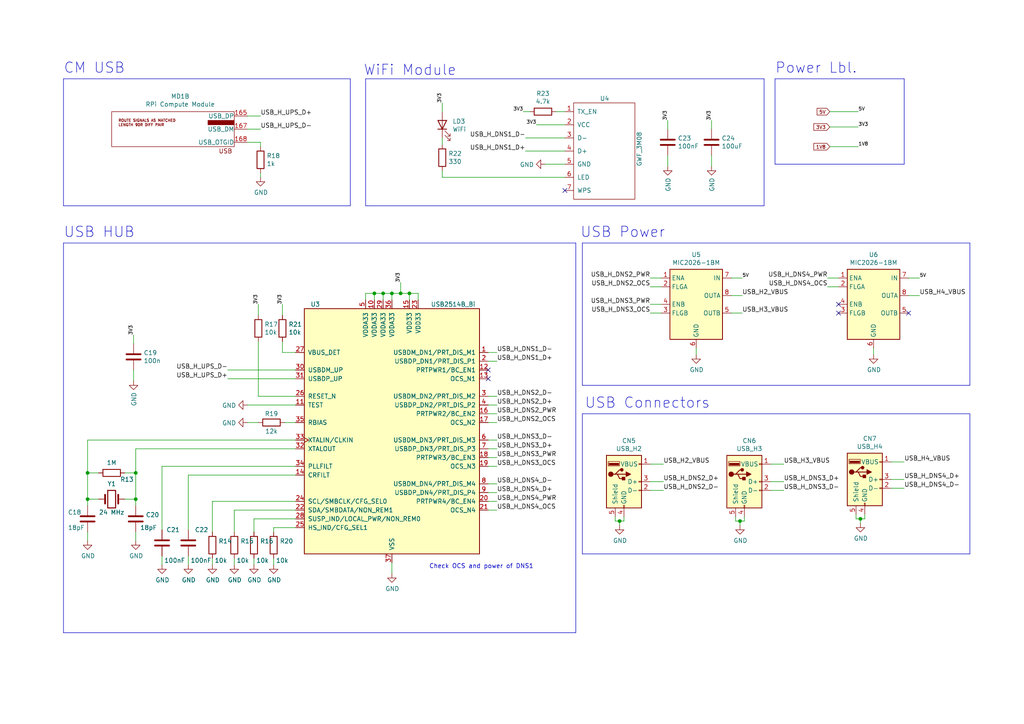
<source format=kicad_sch>
(kicad_sch (version 20230121) (generator eeschema)
  (paper "A4")
  (title_block (title "Jupiter Model A") (date "2020-05-23") (rev "0.1") (company "Francesco Ficili"))
  (lib_symbols
    (symbol "Device:C" (pin_numbers hide) (pin_names (offset 0.254))
      (property "Reference" "C" (at 0.635 2.54 0))
      (property "Value" "C" (at 0.635 -2.54 0))
      (symbol "C_1_1"
        (pin passive line (at 0 3.81 270) (length 2.794) (name "~") (number "1"))
        (pin passive line (at 0 -3.81 90) (length 2.794) (name "~") (number "2"))
      )
    )
    (symbol "Device:Crystal" (pin_numbers hide) (pin_names (offset 1.016) hide)
      (property "Reference" "Y" (at 0 3.81 0))
      (property "Value" "Crystal" (at 0 -3.81 0))
      (symbol "Crystal_1_1"
        (pin passive line (at -3.81 0 0) (length 1.27) (name "1") (number "1"))
        (pin passive line (at 3.81 0 180) (length 1.27) (name "2") (number "2"))
      )
    )
    (symbol "Device:LED" (pin_numbers hide) (pin_names (offset 1.016) hide)
      (property "Reference" "D" (at 0 2.54 0))
      (property "Value" "LED" (at 0 -2.54 0))
      (symbol "LED_1_1"
        (pin passive line (at -3.81 0 0) (length 2.54) (name "K") (number "1"))
        (pin passive line (at 3.81 0 180) (length 2.54) (name "A") (number "2"))
      )
    )
    (symbol "Device:R" (pin_numbers hide) (pin_names (offset 0))
      (property "Reference" "R" (at 2.032 0 90))
      (property "Value" "R" (at 0 0 90))
      (symbol "R_1_1"
        (pin passive line (at 0 3.81 270) (length 1.27) (name "~") (number "1"))
        (pin passive line (at 0 -3.81 90) (length 1.27) (name "~") (number "2"))
      )
    )
    (symbol "Interface_USB:USB2514B_Bi" (pin_names (offset 1.016))
      (property "Reference" "U" (at -17.78 40.64 0))
      (property "Value" "USB2514B_Bi" (at -20.32 38.1 0))
      (symbol "USB2514B_Bi_1_1"
        (pin bidirectional line (at 27.94 22.86 180) (length 2.54) (name "USBDM_DN1/PRT_DIS_M1") (number "1"))
        (pin power_in line (at -5.08 38.1 270) (length 2.54) (name "VDDA33") (number "10"))
        (pin input line (at -27.94 7.62 0) (length 2.54) (name "TEST") (number "11"))
        (pin bidirectional line (at 27.94 17.78 180) (length 2.54) (name "PRTPWR1/BC_EN1") (number "12"))
        (pin input line (at 27.94 15.24 180) (length 2.54) (name "OCS_N1") (number "13"))
        (pin input line (at -27.94 -12.7 0) (length 2.54) (name "CRFILT") (number "14"))
        (pin power_in line (at 5.08 38.1 270) (length 2.54) (name "VDD33") (number "15"))
        (pin bidirectional line (at 27.94 5.08 180) (length 2.54) (name "PRTPWR2/BC_EN2") (number "16"))
        (pin input line (at 27.94 2.54 180) (length 2.54) (name "OCS_N2") (number "17"))
        (pin bidirectional line (at 27.94 -7.62 180) (length 2.54) (name "PRTPWR3/BC_EN3") (number "18"))
        (pin input line (at 27.94 -10.16 180) (length 2.54) (name "OCS_N3") (number "19"))
        (pin bidirectional line (at 27.94 20.32 180) (length 2.54) (name "USBDP_DN1/PRT_DIS_P1") (number "2"))
        (pin bidirectional line (at 27.94 -20.32 180) (length 2.54) (name "PRTPWR4/BC_EN4") (number "20"))
        (pin input line (at 27.94 -22.86 180) (length 2.54) (name "OCS_N4") (number "21"))
        (pin bidirectional line (at -27.94 -22.86 0) (length 2.54) (name "SDA/SMBDATA/NON_REM1") (number "22"))
        (pin power_in line (at 7.62 38.1 270) (length 2.54) (name "VDD33") (number "23"))
        (pin bidirectional line (at -27.94 -20.32 0) (length 2.54) (name "SCL/SMBCLK/CFG_SEL0") (number "24"))
        (pin bidirectional line (at -27.94 -27.94 0) (length 2.54) (name "HS_IND/CFG_SEL1") (number "25"))
        (pin input line (at -27.94 10.16 0) (length 2.54) (name "RESET_N") (number "26"))
        (pin input line (at -27.94 22.86 0) (length 2.54) (name "VBUS_DET") (number "27"))
        (pin bidirectional line (at -27.94 -25.4 0) (length 2.54) (name "SUSP_IND/LOCAL_PWR/NON_REM0") (number "28"))
        (pin power_in line (at -2.54 38.1 270) (length 2.54) (name "VDDA33") (number "29"))
        (pin bidirectional line (at 27.94 10.16 180) (length 2.54) (name "USBDM_DN2/PRT_DIS_M2") (number "3"))
        (pin bidirectional line (at -27.94 17.78 0) (length 2.54) (name "USBDM_UP") (number "30"))
        (pin bidirectional line (at -27.94 15.24 0) (length 2.54) (name "USBDP_UP") (number "31"))
        (pin output line (at -27.94 -5.08 0) (length 2.54) (name "XTALOUT") (number "32"))
        (pin input clock (at -27.94 -2.54 0) (length 2.54) (name "XTALIN/CLKIN") (number "33"))
        (pin input line (at -27.94 -10.16 0) (length 2.54) (name "PLLFILT") (number "34"))
        (pin input line (at -27.94 2.54 0) (length 2.54) (name "RBIAS") (number "35"))
        (pin power_in line (at 0 38.1 270) (length 2.54) (name "VDDA33") (number "36"))
        (pin power_in line (at 0 -38.1 90) (length 2.54) (name "VSS") (number "37"))
        (pin bidirectional line (at 27.94 7.62 180) (length 2.54) (name "USBDP_DN2/PRT_DIS_P2") (number "4"))
        (pin power_in line (at -7.62 38.1 270) (length 2.54) (name "VDDA33") (number "5"))
        (pin bidirectional line (at 27.94 -2.54 180) (length 2.54) (name "USBDM_DN3/PRT_DIS_M3") (number "6"))
        (pin bidirectional line (at 27.94 -5.08 180) (length 2.54) (name "USBDP_DN3/PRT_DIS_P3") (number "7"))
        (pin bidirectional line (at 27.94 -15.24 180) (length 2.54) (name "USBDM_DN4/PRT_DIS_M4") (number "8"))
        (pin bidirectional line (at 27.94 -17.78 180) (length 2.54) (name "USBDP_DN4/PRT_DIS_P4") (number "9"))
      )
    )
    (symbol "Jupiter-rescue:Board_RPi_CM3lite_200pConnector_multipart-RPi_CM" (pin_names (offset 0.0254))
      (property "Reference" "MD" (at -15.24 -86.36 0))
      (property "Value" "RPi_CM_Board_RPi_CM3lite_200pConnector_multipart" (at 0 87.63 0))
      (symbol "Board_RPi_CM3lite_200pConnector_multipart-RPi_CM_1_0"
        (text "PWR" (at 15.24 -86.36 0) (effects (font (size 1.27 1.27))))
      )
      (symbol "Board_RPi_CM3lite_200pConnector_multipart-RPi_CM_1_1"
        (pin input line (at -21.59 -26.67 0) (length 3.81) (name "GND") (number "1"))
        (pin input line (at 21.59 19.05 180) (length 3.81) (name "GND") (number "103"))
        (pin input line (at 21.59 15.24 180) (length 3.81) (name "GND") (number "104"))
        (pin input line (at 21.59 11.43 180) (length 3.81) (name "GND") (number "109"))
        (pin input line (at 21.59 7.62 180) (length 3.81) (name "GND") (number "110"))
        (pin input line (at 21.59 3.81 180) (length 3.81) (name "GND") (number "115"))
        (pin input line (at 21.59 0 180) (length 3.81) (name "GND") (number "116"))
        (pin input line (at 21.59 -3.81 180) (length 3.81) (name "GND") (number "121"))
        (pin input line (at 21.59 -7.62 180) (length 3.81) (name "GND") (number "122"))
        (pin input line (at 21.59 -11.43 180) (length 3.81) (name "GND") (number "127"))
        (pin input line (at -21.59 -38.1 0) (length 3.81) (name "GND") (number "13"))
        (pin input line (at 21.59 -19.05 180) (length 3.81) (name "GND") (number "133"))
        (pin input line (at 21.59 -15.24 180) (length 3.81) (name "GND") (number "134"))
        (pin input line (at 21.59 -26.67 180) (length 3.81) (name "GND") (number "139"))
        (pin input line (at -21.59 -41.91 0) (length 3.81) (name "GND") (number "14"))
        (pin input line (at 21.59 -22.86 180) (length 3.81) (name "GND") (number "140"))
        (pin input line (at 21.59 -34.29 180) (length 3.81) (name "GND") (number "145"))
        (pin input line (at 21.59 -30.48 180) (length 3.81) (name "GND") (number "146"))
        (pin input line (at 21.59 -41.91 180) (length 3.81) (name "GND") (number "151"))
        (pin input line (at 21.59 -38.1 180) (length 3.81) (name "GND") (number "152"))
        (pin input line (at 21.59 -49.53 180) (length 3.81) (name "GND") (number "157"))
        (pin input line (at 21.59 -57.15 180) (length 3.81) (name "GND") (number "163"))
        (pin input line (at 21.59 -45.72 180) (length 3.81) (name "GND") (number "164"))
        (pin input line (at 21.59 -60.96 180) (length 3.81) (name "GND") (number "169"))
        (pin input line (at 21.59 -53.34 180) (length 3.81) (name "GND") (number "170"))
        (pin input line (at -21.59 83.82 0) (length 3.81) (name "RUN") (number "177"))
        (pin no_connect line (at -21.59 80.01 0) (length 3.81) hide (name "VDD_CORE") (number "179"))
        (pin input line (at 21.59 -64.77 180) (length 3.81) (name "GND") (number "181"))
        (pin input line (at 21.59 -68.58 180) (length 3.81) (name "GND") (number "182"))
        (pin input line (at -21.59 64.77 0) (length 3.81) (name "1V8") (number "183"))
        (pin input line (at -21.59 60.96 0) (length 3.81) (name "1V8") (number "184"))
        (pin input line (at -21.59 57.15 0) (length 3.81) (name "1V8") (number "185"))
        (pin input line (at -21.59 53.34 0) (length 3.81) (name "1V8") (number "186"))
        (pin input line (at 21.59 -72.39 180) (length 3.81) (name "GND") (number "187"))
        (pin input line (at 21.59 -76.2 180) (length 3.81) (name "GND") (number "188"))
        (pin input line (at -21.59 7.62 0) (length 3.81) (name "VDAC") (number "189"))
        (pin input line (at -21.59 -45.72 0) (length 3.81) (name "GND") (number "19"))
        (pin input line (at -21.59 3.81 0) (length 3.81) (name "VDAC") (number "190"))
        (pin input line (at -21.59 45.72 0) (length 3.81) (name "3V3") (number "191"))
        (pin input line (at -21.59 41.91 0) (length 3.81) (name "3V3") (number "192"))
        (pin input line (at -21.59 38.1 0) (length 3.81) (name "3V3") (number "193"))
        (pin input line (at -21.59 34.29 0) (length 3.81) (name "3V3") (number "194"))
        (pin input line (at 21.59 -80.01 180) (length 3.81) (name "GND") (number "195"))
        (pin input line (at 21.59 -83.82 180) (length 3.81) (name "GND") (number "196"))
        (pin input line (at -21.59 26.67 0) (length 3.81) (name "VBAT") (number "197"))
        (pin input line (at -21.59 22.86 0) (length 3.81) (name "VBAT") (number "198"))
        (pin input line (at -21.59 19.05 0) (length 3.81) (name "VBAT") (number "199"))
        (pin input line (at -21.59 76.2 0) (length 3.81) (name "EMMC_DISABLE_N") (number "2"))
        (pin input line (at -21.59 -49.53 0) (length 3.81) (name "GND") (number "20"))
        (pin input line (at -21.59 15.24 0) (length 3.81) (name "VBAT") (number "200"))
        (pin input line (at -21.59 -53.34 0) (length 3.81) (name "GND") (number "25"))
        (pin input line (at -21.59 -57.15 0) (length 3.81) (name "GND") (number "26"))
        (pin input line (at -21.59 -60.96 0) (length 3.81) (name "GND") (number "31"))
        (pin input line (at -21.59 -64.77 0) (length 3.81) (name "GND") (number "32"))
        (pin input line (at -21.59 -68.58 0) (length 3.81) (name "GND") (number "37"))
        (pin input line (at -21.59 -72.39 0) (length 3.81) (name "GND") (number "38"))
        (pin input line (at -21.59 -3.81 0) (length 3.81) (name "GPIO0-27_VDD") (number "39"))
        (pin input line (at -21.59 -7.62 0) (length 3.81) (name "GPIO0-27_VDD") (number "40"))
        (pin input line (at -21.59 -11.43 0) (length 3.81) (name "GPIO28-45_VDD") (number "41"))
        (pin input line (at -21.59 -15.24 0) (length 3.81) (name "GPIO28-45_VDD") (number "42"))
        (pin input line (at -21.59 -76.2 0) (length 3.81) (name "GND") (number "43"))
        (pin input line (at -21.59 -80.01 0) (length 3.81) (name "GND") (number "44"))
        (pin input line (at -21.59 -83.82 0) (length 3.81) (name "GND") (number "49"))
        (pin input line (at 21.59 83.82 180) (length 3.81) (name "GND") (number "50"))
        (pin input line (at 21.59 80.01 180) (length 3.81) (name "GND") (number "55"))
        (pin input line (at 21.59 76.2 180) (length 3.81) (name "GND") (number "56"))
        (pin input line (at 21.59 72.39 180) (length 3.81) (name "GND") (number "61"))
        (pin input line (at 21.59 68.58 180) (length 3.81) (name "GND") (number "62"))
        (pin input line (at 21.59 64.77 180) (length 3.81) (name "GND") (number "67"))
        (pin input line (at 21.59 60.96 180) (length 3.81) (name "GND") (number "68"))
        (pin input line (at -21.59 -30.48 0) (length 3.81) (name "GND") (number "7"))
        (pin input line (at 21.59 57.15 180) (length 3.81) (name "GND") (number "73"))
        (pin input line (at 21.59 53.34 180) (length 3.81) (name "GND") (number "74"))
        (pin input line (at 21.59 49.53 180) (length 3.81) (name "GND") (number "79"))
        (pin input line (at -21.59 -34.29 0) (length 3.81) (name "GND") (number "8"))
        (pin input line (at 21.59 45.72 180) (length 3.81) (name "GND") (number "80"))
        (pin input line (at 21.59 41.91 180) (length 3.81) (name "GND") (number "85"))
        (pin input line (at 21.59 38.1 180) (length 3.81) (name "GND") (number "86"))
        (pin input line (at -21.59 72.39 0) (length 3.81) (name "EMMC_EN_N_1V8") (number "90"))
        (pin input line (at 21.59 34.29 180) (length 3.81) (name "GND") (number "91"))
        (pin input line (at 21.59 30.48 180) (length 3.81) (name "GND") (number "92"))
        (pin input line (at 21.59 26.67 180) (length 3.81) (name "GND") (number "97"))
        (pin input line (at 21.59 22.86 180) (length 3.81) (name "GND") (number "98"))
      )
      (symbol "Board_RPi_CM3lite_200pConnector_multipart-RPi_CM_2_0"
        (text "LENGTH 90R DIFF PAIR" (at -15.875 1.27 0) (effects (font (size 0.762 0.762)) (justify left)))
        (text "ROUTE SIGNALS AS MATCHED" (at -15.875 2.54 0) (effects (font (size 0.762 0.762)) (justify left)))
        (text "USB" (at 15.24 -6.35 0) (effects (font (size 1.27 1.27))))
      )
      (symbol "Board_RPi_CM3lite_200pConnector_multipart-RPi_CM_2_1"
        (pin input line (at 21.59 3.81 180) (length 3.81) (name "USB_DP") (number "165"))
        (pin input line (at 21.59 0 180) (length 3.81) (name "USB_DM") (number "167"))
        (pin input line (at 21.59 -3.81 180) (length 3.81) (name "USB_OTGID") (number "168"))
      )
      (symbol "Board_RPi_CM3lite_200pConnector_multipart-RPi_CM_3_0"
        (text "CAM" (at 15.24 -33.02 0) (effects (font (size 1.27 1.27))))
        (text "LENGTH 100R DIFF PAIR" (at -15.875 27.94 0) (effects (font (size 0.762 0.762)) (justify left)))
        (text "ROUTE SIGNALS AS MATCHED" (at -15.875 29.21 0) (effects (font (size 0.762 0.762)) (justify left)))
      )
      (symbol "Board_RPi_CM3lite_200pConnector_multipart-RPi_CM_3_1"
        (pin input line (at 21.59 -26.67 180) (length 3.81) (name "CAM1_DP3") (number "135"))
        (pin input line (at 21.59 22.86 180) (length 3.81) (name "CAM0_DP0") (number "136"))
        (pin input line (at 21.59 -30.48 180) (length 3.81) (name "CAM1_DN3") (number "137"))
        (pin input line (at 21.59 19.05 180) (length 3.81) (name "CAM0_DN0") (number "138"))
        (pin input line (at 21.59 -19.05 180) (length 3.81) (name "CAM1_DP2") (number "141"))
        (pin input line (at 21.59 30.48 180) (length 3.81) (name "CAM0_CP") (number "142"))
        (pin input line (at 21.59 -22.86 180) (length 3.81) (name "CAM1_DN2") (number "143"))
        (pin input line (at 21.59 26.67 180) (length 3.81) (name "CAM0_CN") (number "144"))
        (pin input line (at 21.59 3.81 180) (length 3.81) (name "CAM1_CP") (number "147"))
        (pin input line (at 21.59 15.24 180) (length 3.81) (name "CAM0_DP1") (number "148"))
        (pin input line (at 21.59 0 180) (length 3.81) (name "CAM1_CN") (number "149"))
        (pin input line (at 21.59 11.43 180) (length 3.81) (name "CAM0_DN1") (number "150"))
        (pin input line (at 21.59 -11.43 180) (length 3.81) (name "CAM1_DP1") (number "153"))
        (pin input line (at 21.59 -15.24 180) (length 3.81) (name "CAM1_DN1") (number "155"))
        (pin input line (at 21.59 -3.81 180) (length 3.81) (name "CAM1_DP0") (number "159"))
        (pin input line (at 21.59 -7.62 180) (length 3.81) (name "CAM1_DN0") (number "161"))
      )
      (symbol "Board_RPi_CM3lite_200pConnector_multipart-RPi_CM_4_0"
        (text "HDMI" (at 15.24 -25.4 0) (effects (font (size 1.27 1.27))))
        (text "LENGTH 100R DIFF PAIR" (at -15.875 17.78 0) (effects (font (size 0.762 0.762)) (justify left)))
        (text "ROUTE SIGNALS AS MATCHED" (at -15.875 19.05 0) (effects (font (size 0.762 0.762)) (justify left)))
      )
      (symbol "Board_RPi_CM3lite_200pConnector_multipart-RPi_CM_4_1"
        (pin input line (at 21.59 19.05 180) (length 3.81) (name "HDMI_CLK_N") (number "111"))
        (pin input line (at 21.59 15.24 180) (length 3.81) (name "HDMI_CLK_P") (number "113"))
        (pin input line (at 21.59 11.43 180) (length 3.81) (name "HDMI_D0_N") (number "117"))
        (pin input line (at 21.59 7.62 180) (length 3.81) (name "HDMI_D0_P") (number "119"))
        (pin input line (at 21.59 3.81 180) (length 3.81) (name "HDMI_D1_N") (number "123"))
        (pin input line (at 21.59 0 180) (length 3.81) (name "HDMI_D1_P") (number "125"))
        (pin input line (at 21.59 -3.81 180) (length 3.81) (name "HDMI_D2_N") (number "129"))
        (pin input line (at 21.59 -7.62 180) (length 3.81) (name "HDMI_D2_P") (number "131"))
        (pin input line (at 21.59 -15.24 180) (length 3.81) (name "HDMI_CEC") (number "171"))
        (pin input line (at 21.59 -19.05 180) (length 3.81) (name "HDMI_SDA") (number "173"))
        (pin input line (at 21.59 -22.86 180) (length 3.81) (name "HDMI_SCL") (number "175"))
        (pin input line (at 21.59 26.67 180) (length 3.81) (name "HDMI_HPD_N_1V8") (number "88"))
      )
      (symbol "Board_RPi_CM3lite_200pConnector_multipart-RPi_CM_5_0"
        (text "DSI" (at 15.24 -19.05 0) (effects (font (size 1.27 1.27))))
        (text "LENGTH 100R DIFF PAIR" (at -15.875 -15.24 0) (effects (font (size 0.762 0.762)) (justify left)))
        (text "ROUTE SIGNALS AS MATCHED" (at -15.875 -13.97 0) (effects (font (size 0.762 0.762)) (justify left)))
      )
      (symbol "Board_RPi_CM3lite_200pConnector_multipart-RPi_CM_5_1"
        (pin input line (at 21.59 19.05 180) (length 3.81) (name "DSI1_CP") (number "100"))
        (pin input line (at -21.59 0 0) (length 3.81) (name "DSI0_DP0") (number "101"))
        (pin input line (at 21.59 15.24 180) (length 3.81) (name "DSI1_CN") (number "102"))
        (pin input line (at -21.59 19.05 0) (length 3.81) (name "DSI0_CN") (number "105"))
        (pin input line (at 21.59 -11.43 180) (length 3.81) (name "DSI1_DP3") (number "106"))
        (pin input line (at -21.59 15.24 0) (length 3.81) (name "DSI0_CP") (number "107"))
        (pin input line (at 21.59 -15.24 180) (length 3.81) (name "DSI1_DN3") (number "108"))
        (pin input line (at 21.59 -3.81 180) (length 3.81) (name "DSI1_DP2") (number "112"))
        (pin input line (at 21.59 -7.62 180) (length 3.81) (name "DSI1_DN2") (number "114"))
        (pin input line (at 21.59 3.81 180) (length 3.81) (name "DSI1_DP1") (number "118"))
        (pin input line (at 21.59 0 180) (length 3.81) (name "DSI1_DN1") (number "120"))
        (pin input line (at -21.59 11.43 0) (length 3.81) (name "DSI0_DN1") (number "93"))
        (pin input line (at 21.59 11.43 180) (length 3.81) (name "DSI1_DP0") (number "94"))
        (pin input line (at -21.59 7.62 0) (length 3.81) (name "DSI0_DP1") (number "95"))
        (pin input line (at 21.59 7.62 180) (length 3.81) (name "DSI1_DN0") (number "96"))
        (pin input line (at -21.59 3.81 0) (length 3.81) (name "DSI0_DN0") (number "99"))
      )
      (symbol "Board_RPi_CM3lite_200pConnector_multipart-RPi_CM_6_0"
        (text "DOWNS TO AVOID FLOATING" (at 1.905 -40.005 0) (effects (font (size 0.762 0.762))))
        (text "DOWNS TO AVOID FLOATING" (at 1.905 20.955 0) (effects (font (size 0.762 0.762))))
        (text "GPIO" (at 15.24 -44.45 0) (effects (font (size 1.27 1.27))))
        (text "GPIO 28, 29 NEED 100k PULL" (at 1.905 22.225 0) (effects (font (size 0.762 0.762))))
        (text "GPIO 44, 45 NEED 100k PULL" (at 1.905 -38.735 0) (effects (font (size 0.762 0.762))))
      )
      (symbol "Board_RPi_CM3lite_200pConnector_multipart-RPi_CM_6_1"
        (pin input line (at -21.59 30.48 0) (length 3.81) (name "GPIO3") (number "11"))
        (pin input line (at -21.59 26.67 0) (length 3.81) (name "GPIO4") (number "15"))
        (pin input line (at -21.59 22.86 0) (length 3.81) (name "GPIO5") (number "17"))
        (pin input line (at -21.59 19.05 0) (length 3.81) (name "GPIO6") (number "21"))
        (pin input line (at -21.59 15.24 0) (length 3.81) (name "GPIO7") (number "23"))
        (pin input line (at -21.59 11.43 0) (length 3.81) (name "GPIO8") (number "27"))
        (pin input line (at 21.59 22.86 180) (length 3.81) (name "GPIO28") (number "28"))
        (pin input line (at -21.59 7.62 0) (length 3.81) (name "GPIO9") (number "29"))
        (pin input line (at -21.59 41.91 0) (length 3.81) (name "GPIO0") (number "3"))
        (pin input line (at 21.59 19.05 180) (length 3.81) (name "GPIO29") (number "30"))
        (pin input line (at -21.59 3.81 0) (length 3.81) (name "GPIO10") (number "33"))
        (pin input line (at 21.59 15.24 180) (length 3.81) (name "GPIO30") (number "34"))
        (pin input line (at -21.59 0 0) (length 3.81) (name "GPIO11") (number "35"))
        (pin input line (at 21.59 11.43 180) (length 3.81) (name "GPIO31") (number "36"))
        (pin input line (at -21.59 -3.81 0) (length 3.81) (name "GPIO12") (number "45"))
        (pin input line (at 21.59 7.62 180) (length 3.81) (name "GPIO32") (number "46"))
        (pin input line (at -21.59 -7.62 0) (length 3.81) (name "GPIO13") (number "47"))
        (pin input line (at 21.59 3.81 180) (length 3.81) (name "GPIO33") (number "48"))
        (pin input line (at -21.59 38.1 0) (length 3.81) (name "GPIO1") (number "5"))
        (pin input line (at -21.59 -11.43 0) (length 3.81) (name "GPIO14") (number "51"))
        (pin input line (at 21.59 0 180) (length 3.81) (name "GPIO34") (number "52"))
        (pin input line (at -21.59 -15.24 0) (length 3.81) (name "GPIO15") (number "53"))
        (pin input line (at 21.59 -3.81 180) (length 3.81) (name "GPIO35") (number "54"))
        (pin input line (at -21.59 -19.05 0) (length 3.81) (name "GPIO16") (number "57"))
        (pin input line (at 21.59 -7.62 180) (length 3.81) (name "GPIO36") (number "58"))
        (pin input line (at -21.59 -22.86 0) (length 3.81) (name "GPIO17") (number "59"))
        (pin input line (at 21.59 -11.43 180) (length 3.81) (name "GPIO37") (number "60"))
        (pin input line (at -21.59 -26.67 0) (length 3.81) (name "GPIO18") (number "63"))
        (pin input line (at 21.59 -15.24 180) (length 3.81) (name "GPIO38") (number "64"))
        (pin input line (at -21.59 -30.48 0) (length 3.81) (name "GPIO19") (number "65"))
        (pin input line (at 21.59 -19.05 180) (length 3.81) (name "GPIO39") (number "66"))
        (pin input line (at -21.59 -34.29 0) (length 3.81) (name "GPIO20") (number "69"))
        (pin input line (at 21.59 -22.86 180) (length 3.81) (name "GPIO40") (number "70"))
        (pin input line (at -21.59 -38.1 0) (length 3.81) (name "GPIO21") (number "71"))
        (pin input line (at 21.59 -26.67 180) (length 3.81) (name "GPIO41") (number "72"))
        (pin input line (at -21.59 -41.91 0) (length 3.81) (name "GPIO22") (number "75"))
        (pin input line (at 21.59 -30.48 180) (length 3.81) (name "GPIO42") (number "76"))
        (pin input line (at 21.59 41.91 180) (length 3.81) (name "GPIO23") (number "77"))
        (pin input line (at 21.59 -34.29 180) (length 3.81) (name "GPIO43") (number "78"))
        (pin input line (at 21.59 38.1 180) (length 3.81) (name "GPIO24") (number "81"))
        (pin input line (at 21.59 -38.1 180) (length 3.81) (name "GPIO44") (number "82"))
        (pin input line (at 21.59 34.29 180) (length 3.81) (name "GPIO25") (number "83"))
        (pin input line (at 21.59 -41.91 180) (length 3.81) (name "GPIO45") (number "84"))
        (pin input line (at 21.59 30.48 180) (length 3.81) (name "GPIO26") (number "87"))
        (pin input line (at 21.59 26.67 180) (length 3.81) (name "GPIO27") (number "89"))
        (pin input line (at -21.59 34.29 0) (length 3.81) (name "GPIO2") (number "9"))
      )
      (symbol "Board_RPi_CM3lite_200pConnector_multipart-RPi_CM_7_0"
        (text "MISC" (at 15.24 -25.4 0) (effects (font (size 1.27 1.27))))
      )
      (symbol "Board_RPi_CM3lite_200pConnector_multipart-RPi_CM_7_1"
        (pin no_connect line (at 21.59 -3.81 180) (length 3.81) (name "SDX_CLK") (number "10"))
        (pin no_connect line (at 21.59 -7.62 180) (length 3.81) (name "SDX_CMD") (number "12"))
        (pin no_connect line (at -21.59 11.43 0) (length 3.81) hide (name "NC") (number "124"))
        (pin no_connect line (at -21.59 7.62 0) (length 3.81) hide (name "NC") (number "126"))
        (pin no_connect line (at -21.59 3.81 0) (length 3.81) hide (name "NC") (number "128"))
        (pin no_connect line (at -21.59 0 0) (length 3.81) hide (name "NC") (number "130"))
        (pin no_connect line (at -21.59 -3.81 0) (length 3.81) hide (name "NC") (number "132"))
        (pin no_connect line (at -21.59 -7.62 0) (length 3.81) hide (name "NC") (number "154"))
        (pin no_connect line (at -21.59 -11.43 0) (length 3.81) hide (name "NC") (number "156"))
        (pin no_connect line (at -21.59 -15.24 0) (length 3.81) hide (name "NC") (number "158"))
        (pin no_connect line (at 21.59 -11.43 180) (length 3.81) (name "SDX_D0") (number "16"))
        (pin no_connect line (at -21.59 -19.05 0) (length 3.81) hide (name "NC") (number "160"))
        (pin no_connect line (at -21.59 -22.86 0) (length 3.81) hide (name "NC") (number "162"))
        (pin input line (at -21.59 26.67 0) (length 3.81) (name "TVDAC") (number "166"))
        (pin input line (at 21.59 26.67 180) (length 3.81) (name "VC_TRST_N") (number "172"))
        (pin input line (at 21.59 22.86 180) (length 3.81) (name "VC_TDI") (number "174"))
        (pin input line (at 21.59 19.05 180) (length 3.81) (name "VC_TMS") (number "176"))
        (pin input line (at 21.59 15.24 180) (length 3.81) (name "VC_TDO") (number "178"))
        (pin no_connect line (at 21.59 -15.24 180) (length 3.81) (name "SDX_D1") (number "18"))
        (pin input line (at 21.59 11.43 180) (length 3.81) (name "VC_TCK") (number "180"))
        (pin no_connect line (at 21.59 -19.05 180) (length 3.81) (name "SDX_D2") (number "22"))
        (pin no_connect line (at 21.59 -22.86 180) (length 3.81) (name "SDX_D3") (number "24"))
        (pin no_connect line (at 21.59 3.81 180) (length 3.81) (name "SDX_VDD") (number "4"))
        (pin no_connect line (at 21.59 0 180) (length 3.81) (name "SDX_VDD") (number "6"))
      )
    )
    (symbol "Jupiter-rescue:GWF_3M08-FF_Modules" (pin_names (offset 1.016))
      (property "Reference" "U" (at 0 15.24 0))
      (property "Value" "FF_Modules_GWF_3M08" (at 0 -15.24 0))
      (symbol "GWF_3M08-FF_Modules_1_1"
        (pin input line (at -11.43 11.43 0) (length 2.54) (name "TX_EN") (number "1"))
        (pin power_in line (at -11.43 7.62 0) (length 2.54) (name "VCC") (number "2"))
        (pin bidirectional line (at -11.43 3.81 0) (length 2.54) (name "D-") (number "3"))
        (pin bidirectional line (at -11.43 0 0) (length 2.54) (name "D+") (number "4"))
        (pin power_in line (at -11.43 -3.81 0) (length 2.54) (name "GND") (number "5"))
        (pin output line (at -11.43 -7.62 0) (length 2.54) (name "LED") (number "6"))
        (pin input line (at -11.43 -11.43 0) (length 2.54) (name "WPS") (number "7"))
      )
    )
    (symbol "Jupiter-rescue:USB_A-Connector" (pin_names (offset 1.016))
      (property "Reference" "J" (at -5.08 11.43 0))
      (property "Value" "Connector_USB_A" (at -5.08 8.89 0))
      (symbol "USB_A-Connector_1_1"
        (pin power_in line (at 7.62 5.08 180) (length 2.54) (name "VBUS") (number "1"))
        (pin passive line (at 7.62 -2.54 180) (length 2.54) (name "D-") (number "2"))
        (pin passive line (at 7.62 0 180) (length 2.54) (name "D+") (number "3"))
        (pin power_in line (at 0 -10.16 90) (length 2.54) (name "GND") (number "4"))
        (pin passive line (at -2.54 -10.16 90) (length 2.54) (name "Shield") (number "5"))
      )
    )
    (symbol "Power_Management:MIC2026-1BM"
      (property "Reference" "U" (at -7.62 11.43 0))
      (property "Value" "MIC2026-1BM" (at 12.7 11.43 0))
      (symbol "MIC2026-1BM_1_1"
        (pin input line (at -10.16 7.62 0) (length 2.54) (name "ENA") (number "1"))
        (pin output line (at -10.16 5.08 0) (length 2.54) (name "FLGA") (number "2"))
        (pin output line (at -10.16 -2.54 0) (length 2.54) (name "FLGB") (number "3"))
        (pin input line (at -10.16 0 0) (length 2.54) (name "ENB") (number "4"))
        (pin power_out line (at 10.16 -2.54 180) (length 2.54) (name "OUTB") (number "5"))
        (pin power_in line (at 0 -12.7 90) (length 2.54) (name "GND") (number "6"))
        (pin power_in line (at 10.16 7.62 180) (length 2.54) (name "IN") (number "7"))
        (pin power_out line (at 10.16 2.54 180) (length 2.54) (name "OUTA") (number "8"))
      )
    )
    (symbol "power:GND" (power) (pin_names (offset 0))
      (property "Value" "GND" (at 0 -3.81 0))
      (symbol "GND_1_1"
        (pin power_in line (at 0 0 270) (length 0) hide (name "GND") (number "1"))
      )
    )
  )
  (junction (at 25.4 144.78))
  (junction (at 118.745 85.09))
  (junction (at 214.63 151.13))
  (junction (at 108.585 85.09))
  (junction (at 116.205 85.09))
  (junction (at 179.705 151.13))
  (junction (at 113.665 85.09))
  (junction (at 25.4 137.16))
  (junction (at 249.555 150.495))
  (junction (at 39.37 144.78))
  (junction (at 39.37 137.16))
  (junction (at 111.125 85.09))
  (no_connect (at 243.205 88.265))
  (no_connect (at 141.605 107.315))
  (no_connect (at 163.83 55.245))
  (no_connect (at 243.205 90.805))
  (no_connect (at 263.525 90.805))
  (no_connect (at 141.605 109.855))
  (wire (pts (xy 248.285 149.225) (xy 248.285 150.495)))
  (wire (pts (xy 111.125 85.09) (xy 113.665 85.09)))
  (wire (pts (xy 253.365 100.965) (xy 253.365 102.87)))
  (wire (pts (xy 193.675 34.925) (xy 193.675 37.465)))
  (wire (pts (xy 74.93 91.44) (xy 74.93 88.265)))
  (polyline (pts (xy 18.415 70.485) (xy 18.415 183.515)))
  (wire (pts (xy 191.77 88.265) (xy 188.595 88.265)))
  (wire (pts (xy 191.77 83.185) (xy 188.595 83.185)))
  (wire (pts (xy 85.725 153.035) (xy 79.375 153.035)))
  (wire (pts (xy 25.4 137.16) (xy 25.4 144.78)))
  (wire (pts (xy 25.4 127.635) (xy 25.4 137.16)))
  (wire (pts (xy 61.595 161.925) (xy 61.595 163.83)))
  (wire (pts (xy 71.755 41.275) (xy 75.565 41.275)))
  (wire (pts (xy 163.83 47.625) (xy 158.115 47.625)))
  (polyline (pts (xy 168.91 120.015) (xy 281.305 120.015)))
  (wire (pts (xy 214.63 151.13) (xy 214.63 152.4)))
  (wire (pts (xy 243.205 80.645) (xy 240.03 80.645)))
  (wire (pts (xy 73.66 161.925) (xy 73.66 163.83)))
  (wire (pts (xy 250.825 150.495) (xy 250.825 149.225)))
  (polyline (pts (xy 281.305 160.655) (xy 168.91 160.655)))
  (wire (pts (xy 25.4 144.78) (xy 25.4 146.685)))
  (polyline (pts (xy 281.305 111.76) (xy 281.305 70.485)))
  (wire (pts (xy 248.285 150.495) (xy 249.555 150.495)))
  (wire (pts (xy 141.605 145.415) (xy 144.145 145.415)))
  (polyline (pts (xy 262.255 22.86) (xy 224.79 22.86)))
  (wire (pts (xy 163.83 32.385) (xy 161.29 32.385)))
  (polyline (pts (xy 167.005 183.515) (xy 167.005 70.485)))
  (wire (pts (xy 213.36 149.86) (xy 213.36 151.13)))
  (wire (pts (xy 108.585 85.09) (xy 111.125 85.09)))
  (wire (pts (xy 39.37 137.16) (xy 39.37 144.78)))
  (wire (pts (xy 227.33 134.62) (xy 223.52 134.62)))
  (wire (pts (xy 54.61 137.795) (xy 54.61 153.67)))
  (wire (pts (xy 188.595 142.24) (xy 192.405 142.24)))
  (wire (pts (xy 39.37 154.305) (xy 39.37 156.845)))
  (wire (pts (xy 73.66 150.495) (xy 73.66 154.305)))
  (wire (pts (xy 75.565 33.655) (xy 71.755 33.655)))
  (wire (pts (xy 163.83 40.005) (xy 152.4 40.005)))
  (wire (pts (xy 118.745 85.09) (xy 118.745 86.995)))
  (wire (pts (xy 39.37 130.175) (xy 39.37 137.16)))
  (wire (pts (xy 263.525 80.645) (xy 266.7 80.645)))
  (wire (pts (xy 111.125 85.09) (xy 111.125 86.995)))
  (wire (pts (xy 38.735 97.155) (xy 38.735 99.695)))
  (wire (pts (xy 85.725 130.175) (xy 39.37 130.175)))
  (wire (pts (xy 38.735 107.315) (xy 38.735 110.49)))
  (wire (pts (xy 240.665 32.385) (xy 248.92 32.385)))
  (wire (pts (xy 106.045 86.995) (xy 106.045 85.09)))
  (polyline (pts (xy 281.305 70.485) (xy 168.91 70.485)))
  (wire (pts (xy 223.52 142.24) (xy 227.33 142.24)))
  (wire (pts (xy 85.725 147.955) (xy 67.945 147.955)))
  (wire (pts (xy 81.915 91.44) (xy 81.915 88.265)))
  (wire (pts (xy 85.725 150.495) (xy 73.66 150.495)))
  (wire (pts (xy 85.725 102.235) (xy 81.915 102.235)))
  (wire (pts (xy 79.375 161.925) (xy 79.375 163.83)))
  (wire (pts (xy 141.605 104.775) (xy 144.145 104.775)))
  (wire (pts (xy 243.205 83.185) (xy 240.03 83.185)))
  (wire (pts (xy 188.595 139.7) (xy 192.405 139.7)))
  (wire (pts (xy 128.27 40.005) (xy 128.27 41.91)))
  (polyline (pts (xy 221.615 22.86) (xy 221.615 59.69)))
  (wire (pts (xy 85.725 117.475) (xy 71.755 117.475)))
  (wire (pts (xy 85.725 145.415) (xy 61.595 145.415)))
  (polyline (pts (xy 167.005 70.485) (xy 18.415 70.485)))
  (wire (pts (xy 214.63 151.13) (xy 215.9 151.13)))
  (wire (pts (xy 85.725 135.255) (xy 46.99 135.255)))
  (wire (pts (xy 36.195 137.16) (xy 39.37 137.16)))
  (wire (pts (xy 212.09 85.725) (xy 215.265 85.725)))
  (wire (pts (xy 201.93 100.965) (xy 201.93 102.87)))
  (wire (pts (xy 113.665 163.195) (xy 113.665 166.37)))
  (polyline (pts (xy 224.79 22.86) (xy 224.79 47.625)))
  (polyline (pts (xy 168.91 120.015) (xy 168.91 160.655)))
  (polyline (pts (xy 168.91 111.76) (xy 281.305 111.76)))
  (wire (pts (xy 128.27 32.385) (xy 128.27 29.845)))
  (wire (pts (xy 212.09 80.645) (xy 215.265 80.645)))
  (wire (pts (xy 191.77 80.645) (xy 188.595 80.645)))
  (wire (pts (xy 141.605 142.875) (xy 144.145 142.875)))
  (wire (pts (xy 74.93 114.935) (xy 74.93 99.06)))
  (polyline (pts (xy 101.6 59.69) (xy 18.415 59.69)))
  (wire (pts (xy 141.605 114.935) (xy 144.145 114.935)))
  (wire (pts (xy 71.755 37.465) (xy 75.565 37.465)))
  (wire (pts (xy 67.945 147.955) (xy 67.945 154.305)))
  (wire (pts (xy 118.745 85.09) (xy 121.285 85.09)))
  (wire (pts (xy 113.665 85.09) (xy 113.665 86.995)))
  (wire (pts (xy 141.605 127.635) (xy 144.145 127.635)))
  (wire (pts (xy 180.975 151.13) (xy 180.975 149.86)))
  (wire (pts (xy 141.605 120.015) (xy 144.145 120.015)))
  (wire (pts (xy 191.77 90.805) (xy 188.595 90.805)))
  (polyline (pts (xy 101.6 22.86) (xy 101.6 59.69)))
  (wire (pts (xy 206.375 34.925) (xy 206.375 37.465)))
  (wire (pts (xy 75.565 41.275) (xy 75.565 42.545)))
  (wire (pts (xy 116.205 85.09) (xy 116.205 81.915)))
  (wire (pts (xy 81.915 102.235) (xy 81.915 99.06)))
  (wire (pts (xy 85.725 137.795) (xy 54.61 137.795)))
  (wire (pts (xy 28.575 137.16) (xy 25.4 137.16)))
  (wire (pts (xy 46.99 135.255) (xy 46.99 153.67)))
  (wire (pts (xy 141.605 117.475) (xy 144.145 117.475)))
  (polyline (pts (xy 106.045 59.69) (xy 221.615 59.69)))
  (wire (pts (xy 258.445 141.605) (xy 262.255 141.605)))
  (wire (pts (xy 213.36 151.13) (xy 214.63 151.13)))
  (wire (pts (xy 128.27 51.435) (xy 163.83 51.435)))
  (wire (pts (xy 141.605 130.175) (xy 144.145 130.175)))
  (wire (pts (xy 141.605 147.955) (xy 144.145 147.955)))
  (wire (pts (xy 39.37 144.78) (xy 39.37 146.685)))
  (wire (pts (xy 141.605 102.235) (xy 144.145 102.235)))
  (wire (pts (xy 212.09 90.805) (xy 215.265 90.805)))
  (wire (pts (xy 116.205 85.09) (xy 118.745 85.09)))
  (wire (pts (xy 79.375 153.035) (xy 79.375 154.305)))
  (wire (pts (xy 141.605 140.335) (xy 144.145 140.335)))
  (wire (pts (xy 85.725 114.935) (xy 74.93 114.935)))
  (wire (pts (xy 258.445 139.065) (xy 262.255 139.065)))
  (wire (pts (xy 240.665 36.83) (xy 248.92 36.83)))
  (wire (pts (xy 67.945 161.925) (xy 67.945 163.83)))
  (polyline (pts (xy 262.255 47.625) (xy 262.255 22.86)))
  (polyline (pts (xy 18.415 183.515) (xy 167.005 183.515)))
  (wire (pts (xy 108.585 85.09) (xy 108.585 86.995)))
  (wire (pts (xy 106.045 85.09) (xy 108.585 85.09)))
  (wire (pts (xy 249.555 150.495) (xy 250.825 150.495)))
  (wire (pts (xy 163.83 36.195) (xy 155.575 36.195)))
  (wire (pts (xy 153.67 32.385) (xy 151.765 32.385)))
  (polyline (pts (xy 18.415 59.69) (xy 18.415 22.86)))
  (wire (pts (xy 263.525 85.725) (xy 266.7 85.725)))
  (wire (pts (xy 85.725 109.855) (xy 66.04 109.855)))
  (wire (pts (xy 163.83 43.815) (xy 152.4 43.815)))
  (wire (pts (xy 262.255 133.985) (xy 258.445 133.985)))
  (wire (pts (xy 85.725 107.315) (xy 66.04 107.315)))
  (wire (pts (xy 141.605 122.555) (xy 144.145 122.555)))
  (polyline (pts (xy 18.415 22.86) (xy 101.6 22.86)))
  (wire (pts (xy 85.725 127.635) (xy 25.4 127.635)))
  (polyline (pts (xy 106.045 22.86) (xy 221.615 22.86)))
  (wire (pts (xy 179.705 151.13) (xy 179.705 152.4)))
  (wire (pts (xy 206.375 45.085) (xy 206.375 48.26)))
  (wire (pts (xy 46.99 161.29) (xy 46.99 163.83)))
  (wire (pts (xy 178.435 149.86) (xy 178.435 151.13)))
  (wire (pts (xy 121.285 85.09) (xy 121.285 86.995)))
  (wire (pts (xy 74.93 122.555) (xy 71.755 122.555)))
  (wire (pts (xy 141.605 135.255) (xy 144.145 135.255)))
  (polyline (pts (xy 281.305 120.015) (xy 281.305 160.655)))
  (wire (pts (xy 61.595 145.415) (xy 61.595 154.305)))
  (wire (pts (xy 113.665 85.09) (xy 116.205 85.09)))
  (wire (pts (xy 75.565 50.165) (xy 75.565 51.435)))
  (wire (pts (xy 240.665 42.545) (xy 248.92 42.545)))
  (wire (pts (xy 178.435 151.13) (xy 179.705 151.13)))
  (wire (pts (xy 128.27 51.435) (xy 128.27 49.53)))
  (wire (pts (xy 36.195 144.78) (xy 39.37 144.78)))
  (polyline (pts (xy 168.91 70.485) (xy 168.91 111.76)))
  (wire (pts (xy 28.575 144.78) (xy 25.4 144.78)))
  (wire (pts (xy 25.4 154.305) (xy 25.4 156.845)))
  (wire (pts (xy 54.61 161.29) (xy 54.61 163.83)))
  (wire (pts (xy 141.605 132.715) (xy 144.145 132.715)))
  (wire (pts (xy 193.675 45.085) (xy 193.675 48.26)))
  (polyline (pts (xy 106.045 59.69) (xy 106.045 22.86)))
  (wire (pts (xy 215.9 151.13) (xy 215.9 149.86)))
  (wire (pts (xy 85.725 122.555) (xy 82.55 122.555)))
  (wire (pts (xy 179.705 151.13) (xy 180.975 151.13)))
  (polyline (pts (xy 224.79 47.625) (xy 262.255 47.625)))
  (wire (pts (xy 249.555 150.495) (xy 249.555 151.765)))
  (wire (pts (xy 223.52 139.7) (xy 227.33 139.7)))
  (wire (pts (xy 192.405 134.62) (xy 188.595 134.62)))
  (text "WiFi Module" (at 105.41 22.225 0) (effects (font (size 2.9972 2.9972)) (justify left bottom)))
  (text "USB Power" (at 168.275 69.215 0) (effects (font (size 2.9972 2.9972)) (justify left bottom)))
  (text "CM USB" (at 18.415 21.59 0) (effects (font (size 2.9972 2.9972)) (justify left bottom)))
  (text "Power Lbl." (at 224.79 21.59 0) (effects (font (size 2.9972 2.9972)) (justify left bottom)))
  (text "USB HUB" (at 18.415 69.215 0) (effects (font (size 2.9972 2.9972)) (justify left bottom)))
  (text "Check OCS and power of DNS1" (at 124.46 165.1 0) (effects (font (size 1.27 1.27)) (justify left bottom)))
  (text "USB Connectors" (at 169.545 118.745 0) (effects (font (size 2.9972 2.9972)) (justify left bottom)))
  (label "USB_H4_VBUS" (at 262.255 133.985 0))
  (label "USB_H_DNS2_D+" (at 192.405 139.7 0))
  (label "3V3" (at 193.675 34.925 90) (effects (font (size 0.9906 0.9906))))
  (label "USB_H_DNS2_OCS" (at 144.145 122.555 0))
  (label "USB_H_DNS1_D+" (at 144.145 104.775 0))
  (label "USB_H_DNS1_D+" (at 152.4 43.815 180))
  (label "1V8" (at 248.92 42.545 0) (effects (font (size 0.9906 0.9906))))
  (label "5V" (at 215.265 80.645 0) (effects (font (size 0.9906 0.9906))))
  (label "USB_H3_VBUS" (at 215.265 90.805 0))
  (label "USB_H_DNS3_PWR" (at 144.145 132.715 0))
  (label "USB_H_DNS3_D-" (at 144.145 127.635 0))
  (label "USB_H_DNS2_PWR" (at 188.595 80.645 180))
  (label "3V3" (at 38.735 97.155 90) (effects (font (size 0.9906 0.9906))))
  (label "USB_H_UPS_D-" (at 75.565 37.465 0))
  (label "USB_H_DNS1_D-" (at 144.145 102.235 0))
  (label "USB_H_DNS4_D-" (at 262.255 141.605 0))
  (label "USB_H_DNS1_D-" (at 152.4 40.005 180))
  (label "USB_H2_VBUS" (at 192.405 134.62 0))
  (label "USB_H_DNS2_D+" (at 144.145 117.475 0))
  (label "USB_H_DNS2_PWR" (at 144.145 120.015 0))
  (label "3V3" (at 116.205 81.915 90) (effects (font (size 0.9906 0.9906))))
  (label "USB_H_DNS4_D+" (at 144.145 142.875 0))
  (label "3V3" (at 74.93 88.265 90) (effects (font (size 0.9906 0.9906))))
  (label "3V3" (at 128.27 29.845 90) (effects (font (size 0.9906 0.9906))))
  (label "USB_H4_VBUS" (at 266.7 85.725 0))
  (label "USB_H_DNS4_PWR" (at 144.145 145.415 0))
  (label "USB_H_DNS4_D-" (at 144.145 140.335 0))
  (label "USB_H_DNS4_D+" (at 262.255 139.065 0))
  (label "5V" (at 266.7 80.645 0) (effects (font (size 0.9906 0.9906))))
  (label "USB_H_DNS3_D-" (at 227.33 142.24 0))
  (label "USB_H_DNS3_D+" (at 227.33 139.7 0))
  (label "USB_H_DNS2_OCS" (at 188.595 83.185 180))
  (label "USB_H_DNS3_OCS" (at 188.595 90.805 180))
  (label "3V3" (at 155.575 36.195 180) (effects (font (size 0.9906 0.9906))))
  (label "USB_H3_VBUS" (at 227.33 134.62 0))
  (label "USB_H_UPS_D+" (at 75.565 33.655 0))
  (label "USB_H_DNS3_D+" (at 144.145 130.175 0))
  (label "USB_H_DNS3_PWR" (at 188.595 88.265 180))
  (label "USB_H_UPS_D-" (at 66.04 107.315 180))
  (label "USB_H_DNS3_OCS" (at 144.145 135.255 0))
  (label "USB_H_DNS2_D-" (at 144.145 114.935 0))
  (label "5V" (at 248.92 32.385 0) (effects (font (size 0.9906 0.9906))))
  (label "USB_H_UPS_D+" (at 66.04 109.855 180))
  (label "3V3" (at 248.92 36.83 0) (effects (font (size 0.9906 0.9906))))
  (label "USB_H_DNS4_PWR" (at 240.03 80.645 180))
  (label "USB_H_DNS4_OCS" (at 144.145 147.955 0))
  (label "3V3" (at 81.915 88.265 90) (effects (font (size 0.9906 0.9906))))
  (label "3V3" (at 206.375 34.925 90) (effects (font (size 0.9906 0.9906))))
  (label "3V3" (at 151.765 32.385 180) (effects (font (size 0.9906 0.9906))))
  (label "USB_H_DNS4_OCS" (at 240.03 83.185 180))
  (label "USB_H_DNS2_D-" (at 192.405 142.24 0))
  (label "USB_H2_VBUS" (at 215.265 85.725 0))
  (global_label "5V" (shape input) (at 240.665 32.385 180) (effects (font (size 0.9906 0.9906))) (property "Intersheetrefs" "${INTERSHEET_REFS}" (effects hide)))
  (global_label "1V8" (shape input) (at 240.665 42.545 180) (effects (font (size 0.9906 0.9906))) (property "Intersheetrefs" "${INTERSHEET_REFS}" (effects hide)))
  (global_label "3V3" (shape input) (at 240.665 36.83 180) (effects (font (size 0.9906 0.9906))) (property "Intersheetrefs" "${INTERSHEET_REFS}" (effects hide)))
  (symbol (lib_id "Interface_USB:USB2514B_Bi") (at 113.665 125.095 0) (unit 1)
    (property "Reference" "U3" (at 91.44 88.265 0))
    (property "Value" "USB2514B_Bi" (at 131.445 88.265 0))
    (property "Footprint" "Package_DFN_QFN:QFN-36-1EP_6x6mm_P0.5mm_EP3.7x3.7mm" (effects hide))
    (property "Datasheet" "http://ww1.microchip.com/downloads/en/DeviceDoc/00001692C.pdf" (effects hide))
    (property "Manf" "QFN-36" (effects hide))
  )
  (symbol (lib_id "power:GND") (at 113.665 166.37 0) (unit 1)
    (property "Reference" "#PWR050" (effects hide))
    (property "Value" "GND" (at 113.792 170.7642 0))
  )
  (symbol (lib_id "Jupiter-rescue:Board_RPi_CM3lite_200pConnector_multipart-RPi_CM") (at 50.165 37.465 0) (unit 2)
    (property "Reference" "MD1" (at 52.2732 27.94 0))
    (property "Value" "RPi Compute Module" (at 52.2732 30.2514 0))
    (property "Footprint" "RPi_CM:Conn_TE-DDR2-SODIMM-0.6-200P-doublesided" (effects hide))
    (property "Datasheet" "_" (effects hide))
    (property "Manf#" "TE-DDR2-SODIMM-0.6-200P-doublesided" (effects hide))
    (property "Manf" "SODIMM 200" (effects hide))
    (property "Optn" "_" (effects hide))
  )
  (symbol (lib_id "Device:R") (at 81.915 95.25 0) (unit 1)
    (property "Reference" "R21" (at 83.693 94.0816 0) (effects (justify left)))
    (property "Value" "10k" (at 83.693 96.393 0) (effects (justify left)))
    (property "Footprint" "Resistor_SMD:R_0603_1608Metric" (effects hide))
    (property "Manf" "0603_R" (effects hide))
  )
  (symbol (lib_id "Device:R") (at 75.565 46.355 0) (unit 1)
    (property "Reference" "R18" (at 77.343 45.1866 0) (effects (justify left)))
    (property "Value" "1k" (at 77.343 47.498 0) (effects (justify left)))
    (property "Footprint" "Resistor_SMD:R_0603_1608Metric" (effects hide))
    (property "Manf" "0603_R" (effects hide))
  )
  (symbol (lib_id "power:GND") (at 75.565 51.435 0) (unit 1)
    (property "Reference" "#PWR048" (effects hide))
    (property "Value" "GND" (at 75.692 55.8292 0))
  )
  (symbol (lib_id "Device:R") (at 74.93 95.25 0) (unit 1)
    (property "Reference" "R17" (at 76.708 94.0816 0) (effects (justify left)))
    (property "Value" "10k" (at 76.708 96.393 0) (effects (justify left)))
    (property "Footprint" "Resistor_SMD:R_0603_1608Metric" (effects hide))
    (property "Manf" "0603_R" (effects hide))
  )
  (symbol (lib_id "Device:R") (at 79.375 158.115 0) (unit 1)
    (property "Reference" "R20" (at 81.153 156.9466 0) (effects (justify left)))
    (property "Value" "10k" (at 80.01 162.56 0) (effects (justify left)))
    (property "Footprint" "Resistor_SMD:R_0603_1608Metric" (effects hide))
    (property "Manf" "0603_R" (effects hide))
  )
  (symbol (lib_id "Device:R") (at 73.66 158.115 0) (unit 1)
    (property "Reference" "R16" (at 75.438 156.9466 0) (effects (justify left)))
    (property "Value" "10k" (at 74.295 162.56 0) (effects (justify left)))
    (property "Footprint" "Resistor_SMD:R_0603_1608Metric" (effects hide))
    (property "Manf" "0603_R" (effects hide))
  )
  (symbol (lib_id "Device:R") (at 67.945 158.115 0) (unit 1)
    (property "Reference" "R15" (at 69.723 156.9466 0) (effects (justify left)))
    (property "Value" "10k" (at 68.58 162.56 0) (effects (justify left)))
    (property "Footprint" "Resistor_SMD:R_0603_1608Metric" (effects hide))
    (property "Manf" "0603_R" (effects hide))
  )
  (symbol (lib_id "Device:R") (at 61.595 158.115 0) (unit 1)
    (property "Reference" "R14" (at 63.373 156.9466 0) (effects (justify left)))
    (property "Value" "10k" (at 62.23 162.56 0) (effects (justify left)))
    (property "Footprint" "Resistor_SMD:R_0603_1608Metric" (effects hide))
    (property "Manf" "0603_R" (effects hide))
  )
  (symbol (lib_id "power:GND") (at 61.595 163.83 0) (unit 1)
    (property "Reference" "#PWR043" (effects hide))
    (property "Value" "GND" (at 61.722 168.2242 0))
  )
  (symbol (lib_id "power:GND") (at 67.945 163.83 0) (unit 1)
    (property "Reference" "#PWR044" (effects hide))
    (property "Value" "GND" (at 68.072 168.2242 0))
  )
  (symbol (lib_id "power:GND") (at 73.66 163.83 0) (unit 1)
    (property "Reference" "#PWR047" (effects hide))
    (property "Value" "GND" (at 73.787 168.2242 0))
  )
  (symbol (lib_id "power:GND") (at 79.375 163.83 0) (unit 1)
    (property "Reference" "#PWR049" (effects hide))
    (property "Value" "GND" (at 79.502 168.2242 0))
  )
  (symbol (lib_id "Device:C") (at 54.61 157.48 0) (unit 1)
    (property "Reference" "C22" (at 56.515 153.67 0) (effects (justify left)))
    (property "Value" "100nF" (at 55.245 162.56 0) (effects (justify left)))
    (property "Footprint" "Capacitor_SMD:C_0805_2012Metric" (effects hide))
    (property "Manf" "0805_C" (effects hide))
  )
  (symbol (lib_id "Device:C") (at 46.99 157.48 0) (unit 1)
    (property "Reference" "C21" (at 48.26 153.67 0) (effects (justify left)))
    (property "Value" "100nF" (at 47.625 162.56 0) (effects (justify left)))
    (property "Footprint" "Capacitor_SMD:C_0805_2012Metric" (effects hide))
    (property "Manf" "0805_C" (effects hide))
  )
  (symbol (lib_id "power:GND") (at 54.61 163.83 0) (unit 1)
    (property "Reference" "#PWR042" (effects hide))
    (property "Value" "GND" (at 54.737 168.2242 0))
  )
  (symbol (lib_id "power:GND") (at 46.99 163.83 0) (unit 1)
    (property "Reference" "#PWR041" (effects hide))
    (property "Value" "GND" (at 47.117 168.2242 0))
  )
  (symbol (lib_id "Device:Crystal") (at 32.385 144.78 0) (unit 1)
    (property "Reference" "Y1" (at 32.385 140.335 0))
    (property "Value" "24 MHz" (at 32.385 148.59 0))
    (property "Footprint" "Crystal:Crystal_SMD_5032-2Pin_5.0x3.2mm" (effects hide))
    (property "Manf" "SMD_5032" (effects hide))
  )
  (symbol (lib_id "Device:C") (at 39.37 150.495 0) (unit 1)
    (property "Reference" "C20" (at 42.291 149.3266 0) (effects (justify left)))
    (property "Value" "18pF" (at 40.64 153.035 0) (effects (justify left)))
    (property "Footprint" "Capacitor_SMD:C_0603_1608Metric" (effects hide))
    (property "Manf" "0603_C" (effects hide))
  )
  (symbol (lib_id "Device:C") (at 25.4 150.495 0) (unit 1)
    (property "Reference" "C18" (at 19.685 148.59 0) (effects (justify left)))
    (property "Value" "18pF" (at 19.685 153.035 0) (effects (justify left)))
    (property "Footprint" "Capacitor_SMD:C_0603_1608Metric" (effects hide))
    (property "Manf" "0603_C" (effects hide))
  )
  (symbol (lib_id "Device:R") (at 32.385 137.16 270) (unit 1)
    (property "Reference" "R13" (at 36.83 139.065 90))
    (property "Value" "1M" (at 32.385 134.2136 90))
    (property "Footprint" "Resistor_SMD:R_0603_1608Metric" (effects hide))
    (property "Manf" "0603_R" (effects hide))
  )
  (symbol (lib_id "power:GND") (at 25.4 156.845 0) (unit 1)
    (property "Reference" "#PWR038" (effects hide))
    (property "Value" "GND" (at 25.527 161.2392 0))
  )
  (symbol (lib_id "power:GND") (at 39.37 156.845 0) (unit 1)
    (property "Reference" "#PWR040" (effects hide))
    (property "Value" "GND" (at 39.497 161.2392 0))
  )
  (symbol (lib_id "power:GND") (at 71.755 117.475 270) (unit 1)
    (property "Reference" "#PWR045" (effects hide))
    (property "Value" "GND" (at 68.5038 117.602 90) (effects (justify right)))
  )
  (symbol (lib_id "Device:R") (at 78.74 122.555 270) (unit 1)
    (property "Reference" "R19" (at 78.74 120.015 90))
    (property "Value" "12k" (at 78.74 125.095 90))
    (property "Footprint" "Resistor_SMD:R_0603_1608Metric" (effects hide))
    (property "Manf" "0603_R" (effects hide))
  )
  (symbol (lib_id "power:GND") (at 71.755 122.555 270) (unit 1)
    (property "Reference" "#PWR046" (effects hide))
    (property "Value" "GND" (at 68.5038 122.682 90) (effects (justify right)))
  )
  (symbol (lib_id "Device:C") (at 38.735 103.505 0) (unit 1)
    (property "Reference" "C19" (at 41.656 102.3366 0) (effects (justify left)))
    (property "Value" "100n" (at 41.656 104.648 0) (effects (justify left)))
    (property "Footprint" "Capacitor_SMD:C_0805_2012Metric" (effects hide))
    (property "Manf" "0805_C" (effects hide))
  )
  (symbol (lib_id "power:GND") (at 38.735 110.49 0) (unit 1)
    (property "Reference" "#PWR039" (effects hide))
    (property "Value" "GND" (at 38.862 113.7412 90) (effects (justify right)))
  )
  (symbol (lib_id "Power_Management:MIC2026-1BM") (at 201.93 88.265 0) (unit 1)
    (property "Reference" "U5" (at 201.93 73.8632 0))
    (property "Value" "MIC2026-1BM" (at 201.93 76.1746 0))
    (property "Footprint" "Package_SO:SOIC-8_3.9x4.9mm_P1.27mm" (effects hide))
    (property "Datasheet" "http://ww1.microchip.com/downloads/en/DeviceDoc/mic2026.pdf" (effects hide))
    (property "Manf" "SOIC-8" (effects hide))
  )
  (symbol (lib_id "power:GND") (at 201.93 102.87 0) (unit 1)
    (property "Reference" "#PWR054" (effects hide))
    (property "Value" "GND" (at 202.057 107.2642 0))
  )
  (symbol (lib_id "Power_Management:MIC2026-1BM") (at 253.365 88.265 0) (unit 1)
    (property "Reference" "U6" (at 253.365 73.8632 0))
    (property "Value" "MIC2026-1BM" (at 253.365 76.1746 0))
    (property "Footprint" "Package_SO:SOIC-8_3.9x4.9mm_P1.27mm" (effects hide))
    (property "Datasheet" "http://ww1.microchip.com/downloads/en/DeviceDoc/mic2026.pdf" (effects hide))
    (property "Manf" "SOIC-8" (effects hide))
  )
  (symbol (lib_id "power:GND") (at 253.365 102.87 0) (unit 1)
    (property "Reference" "#PWR058" (effects hide))
    (property "Value" "GND" (at 253.492 107.2642 0))
  )
  (symbol (lib_id "Jupiter-rescue:USB_A-Connector") (at 180.975 139.7 0) (unit 1)
    (property "Reference" "CN5" (at 182.4228 127.8382 0))
    (property "Value" "USB_H2" (at 182.4228 130.1496 0))
    (property "Footprint" "Connector_USB:USB_A_Stewart_SS-52100-001_Horizontal" (effects hide))
    (property "Datasheet" " ~" (effects hide))
    (property "Manf" "USB Type A Connector " (effects hide))
    (property "Manf#" "Stewart_SS-52100-001_Horizontal" (effects hide))
  )
  (symbol (lib_id "power:GND") (at 179.705 152.4 0) (unit 1)
    (property "Reference" "#PWR052" (effects hide))
    (property "Value" "GND" (at 179.832 156.7942 0))
  )
  (symbol (lib_id "Jupiter-rescue:USB_A-Connector") (at 215.9 139.7 0) (unit 1)
    (property "Reference" "CN6" (at 217.3478 127.8382 0))
    (property "Value" "USB_H3" (at 217.3478 130.1496 0))
    (property "Footprint" "Connector_USB:USB_A_Stewart_SS-52100-001_Horizontal" (effects hide))
    (property "Datasheet" " ~" (effects hide))
    (property "Manf" "USB Type A Connector " (effects hide))
    (property "Manf#" "Stewart_SS-52100-001_Horizontal" (effects hide))
  )
  (symbol (lib_id "power:GND") (at 214.63 152.4 0) (unit 1)
    (property "Reference" "#PWR056" (effects hide))
    (property "Value" "GND" (at 214.757 156.7942 0))
  )
  (symbol (lib_id "Jupiter-rescue:USB_A-Connector") (at 250.825 139.065 0) (unit 1)
    (property "Reference" "CN7" (at 252.2728 127.2032 0))
    (property "Value" "USB_H4" (at 252.2728 129.5146 0))
    (property "Footprint" "Connector_USB:USB_A_Stewart_SS-52100-001_Horizontal" (effects hide))
    (property "Datasheet" " ~" (effects hide))
    (property "Manf" "USB Type A Connector " (effects hide))
    (property "Manf#" "Stewart_SS-52100-001_Horizontal" (effects hide))
  )
  (symbol (lib_id "power:GND") (at 249.555 151.765 0) (unit 1)
    (property "Reference" "#PWR057" (effects hide))
    (property "Value" "GND" (at 249.682 156.1592 0))
  )
  (symbol (lib_id "Jupiter-rescue:GWF_3M08-FF_Modules") (at 175.26 43.815 0) (unit 1)
    (property "Reference" "U4" (at 173.99 28.575 0) (effects (justify left)))
    (property "Value" "GWF_3M08" (at 185.42 48.26 90) (effects (justify left)))
    (property "Footprint" "FF_Modules:GWF_3M08_WifiModule" (effects hide))
    (property "Datasheet" "https://www.futurashop.it/image/catalog/data/Download/2846-RT5370N.pdf" (effects hide))
    (property "Manf" "Kit Wifi GWF-3M08 " (effects hide))
  )
  (symbol (lib_id "Device:R") (at 157.48 32.385 270) (unit 1)
    (property "Reference" "R23" (at 157.48 27.1272 90))
    (property "Value" "4.7k" (at 157.48 29.4386 90))
    (property "Footprint" "Resistor_SMD:R_0603_1608Metric" (effects hide))
    (property "Manf" "0603_R" (effects hide))
  )
  (symbol (lib_id "power:GND") (at 158.115 47.625 270) (unit 1)
    (property "Reference" "#PWR051" (effects hide))
    (property "Value" "GND" (at 154.8638 47.752 90) (effects (justify right)))
  )
  (symbol (lib_id "Device:C") (at 193.675 41.275 0) (unit 1)
    (property "Reference" "C23" (at 196.596 40.1066 0) (effects (justify left)))
    (property "Value" "100nF" (at 196.596 42.418 0) (effects (justify left)))
    (property "Footprint" "Capacitor_SMD:C_0805_2012Metric" (effects hide))
    (property "Manf" "0805_C" (effects hide))
  )
  (symbol (lib_id "power:GND") (at 193.675 48.26 0) (unit 1)
    (property "Reference" "#PWR053" (effects hide))
    (property "Value" "GND" (at 193.802 51.5112 90) (effects (justify right)))
  )
  (symbol (lib_id "Device:C") (at 206.375 41.275 0) (unit 1)
    (property "Reference" "C24" (at 209.296 40.1066 0) (effects (justify left)))
    (property "Value" "100uF" (at 209.296 42.418 0) (effects (justify left)))
    (property "Footprint" "Capacitor_SMD:C_1206_3216Metric" (effects hide))
    (property "Manf" "1206_C" (effects hide))
  )
  (symbol (lib_id "power:GND") (at 206.375 48.26 0) (unit 1)
    (property "Reference" "#PWR055" (effects hide))
    (property "Value" "GND" (at 206.502 51.5112 90) (effects (justify right)))
  )
  (symbol (lib_id "Device:LED") (at 128.27 36.195 90) (unit 1)
    (property "Reference" "LD3" (at 131.2418 35.2044 90) (effects (justify right)))
    (property "Value" "WiFi" (at 131.2418 37.5158 90) (effects (justify right)))
    (property "Footprint" "LED_SMD:LED_0805_2012Metric" (effects hide))
    (property "Manf" "LED_0805" (effects hide))
  )
  (symbol (lib_id "Device:R") (at 128.27 45.72 0) (unit 1)
    (property "Reference" "R22" (at 130.048 44.5516 0) (effects (justify left)))
    (property "Value" "330" (at 130.048 46.863 0) (effects (justify left)))
    (property "Footprint" "Resistor_SMD:R_0603_1608Metric" (effects hide))
    (property "Manf" "0603_R" (effects hide))
  )
)
</source>
